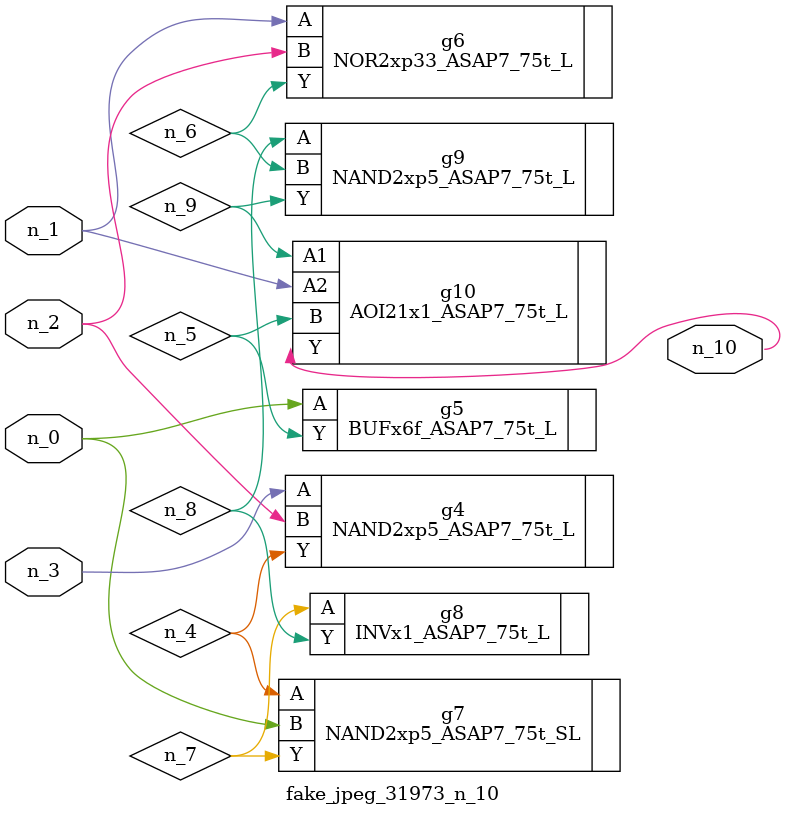
<source format=v>
module fake_jpeg_31973_n_10 (n_0, n_3, n_2, n_1, n_10);

input n_0;
input n_3;
input n_2;
input n_1;

output n_10;

wire n_4;
wire n_8;
wire n_9;
wire n_6;
wire n_5;
wire n_7;

NAND2xp5_ASAP7_75t_L g4 ( 
.A(n_3),
.B(n_2),
.Y(n_4)
);

BUFx6f_ASAP7_75t_L g5 ( 
.A(n_0),
.Y(n_5)
);

NOR2xp33_ASAP7_75t_L g6 ( 
.A(n_1),
.B(n_2),
.Y(n_6)
);

NAND2xp5_ASAP7_75t_SL g7 ( 
.A(n_4),
.B(n_0),
.Y(n_7)
);

INVx1_ASAP7_75t_L g8 ( 
.A(n_7),
.Y(n_8)
);

NAND2xp5_ASAP7_75t_L g9 ( 
.A(n_8),
.B(n_6),
.Y(n_9)
);

AOI21x1_ASAP7_75t_L g10 ( 
.A1(n_9),
.A2(n_1),
.B(n_5),
.Y(n_10)
);


endmodule
</source>
